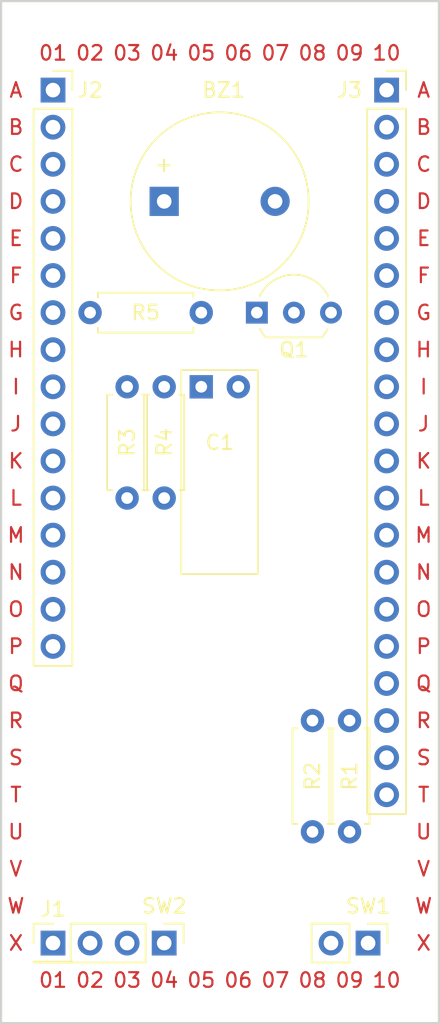
<source format=kicad_pcb>
(kicad_pcb (version 20171130) (host pcbnew 5.1.9)

  (general
    (thickness 1.6)
    (drawings 72)
    (tracks 1)
    (zones 0)
    (modules 13)
    (nets 10)
  )

  (page A4)
  (layers
    (0 F.Cu signal)
    (31 B.Cu signal)
    (32 B.Adhes user)
    (33 F.Adhes user)
    (34 B.Paste user)
    (35 F.Paste user)
    (36 B.SilkS user)
    (37 F.SilkS user)
    (38 B.Mask user)
    (39 F.Mask user)
    (40 Dwgs.User user)
    (41 Cmts.User user)
    (42 Eco1.User user)
    (43 Eco2.User user)
    (44 Edge.Cuts user)
    (45 Margin user)
    (46 B.CrtYd user hide)
    (47 F.CrtYd user hide)
    (48 B.Fab user)
    (49 F.Fab user hide)
  )

  (setup
    (last_trace_width 0.25)
    (trace_clearance 0.2)
    (zone_clearance 0.108)
    (zone_45_only no)
    (trace_min 0.2)
    (via_size 0.8)
    (via_drill 0.4)
    (via_min_size 0.4)
    (via_min_drill 0.3)
    (uvia_size 0.3)
    (uvia_drill 0.1)
    (uvias_allowed no)
    (uvia_min_size 0.2)
    (uvia_min_drill 0.1)
    (edge_width 0.05)
    (segment_width 0.2)
    (pcb_text_width 0.3)
    (pcb_text_size 1.5 1.5)
    (mod_edge_width 0.12)
    (mod_text_size 1 1)
    (mod_text_width 0.15)
    (pad_size 1.2 2)
    (pad_drill 0.8)
    (pad_to_mask_clearance 0)
    (aux_axis_origin 0 0)
    (visible_elements FFFFFF7F)
    (pcbplotparams
      (layerselection 0x010fc_ffffffff)
      (usegerberextensions false)
      (usegerberattributes true)
      (usegerberadvancedattributes true)
      (creategerberjobfile true)
      (excludeedgelayer true)
      (linewidth 0.100000)
      (plotframeref false)
      (viasonmask false)
      (mode 1)
      (useauxorigin false)
      (hpglpennumber 1)
      (hpglpenspeed 20)
      (hpglpendiameter 15.000000)
      (psnegative false)
      (psa4output false)
      (plotreference true)
      (plotvalue true)
      (plotinvisibletext false)
      (padsonsilk false)
      (subtractmaskfromsilk false)
      (outputformat 1)
      (mirror false)
      (drillshape 1)
      (scaleselection 1)
      (outputdirectory ""))
  )

  (net 0 "")
  (net 1 GND)
  (net 2 "Net-(BZ1-Pad2)")
  (net 3 BAT_VREF)
  (net 4 "Net-(Q1-Pad2)")
  (net 5 RING)
  (net 6 FACTORY_RESET)
  (net 7 BUZZER)
  (net 8 +3V3)
  (net 9 VIN)

  (net_class Default "This is the default net class."
    (clearance 0.2)
    (trace_width 0.25)
    (via_dia 0.8)
    (via_drill 0.4)
    (uvia_dia 0.3)
    (uvia_drill 0.1)
    (add_net +3V3)
    (add_net BAT_VREF)
    (add_net BUZZER)
    (add_net FACTORY_RESET)
    (add_net GND)
    (add_net "Net-(BZ1-Pad2)")
    (add_net "Net-(Q1-Pad2)")
    (add_net RING)
    (add_net VIN)
  )

  (module doorbell-pcb:C_Radial_D5.0mm_H11.0mm_P2.54mm (layer F.Cu) (tedit 608C6026) (tstamp 60833950)
    (at 101.6 78.74)
    (descr "C, Radial series, Radial, pin pitch=2.00mm, diameter=5mm, height=11mm, Non-Polar Electrolytic Capacitor")
    (tags "C Radial series Radial pin pitch 2.00mm diameter 5mm height 11mm Non-Polar Electrolytic Capacitor")
    (path /607A5046)
    (fp_text reference C1 (at 1.27 3.81) (layer F.SilkS)
      (effects (font (size 1 1) (thickness 0.15)))
    )
    (fp_text value 10u (at 1 3.75) (layer F.Fab)
      (effects (font (size 1 1) (thickness 0.15)))
    )
    (fp_text user %R (at 1 0) (layer F.Fab)
      (effects (font (size 1 1) (thickness 0.15)))
    )
    (fp_line (start -1.366 -1.143) (end -1.366 12.827) (layer F.SilkS) (width 0.12))
    (fp_line (start 3.874 -1.143) (end -1.366 -1.143) (layer F.SilkS) (width 0.12))
    (fp_line (start 3.874 12.827) (end 3.874 -1.143) (layer F.SilkS) (width 0.12))
    (fp_line (start 4.004 12.954) (end 4.004 -1.27) (layer F.CrtYd) (width 0.05))
    (fp_line (start 4.004 -1.27) (end -1.496 -1.27) (layer F.CrtYd) (width 0.05))
    (fp_line (start -1.496 -1.27) (end -1.496 12.954) (layer F.CrtYd) (width 0.05))
    (fp_line (start 3.874 12.827) (end -1.366 12.827) (layer F.SilkS) (width 0.12))
    (fp_line (start 4.004 12.954) (end -1.496 12.954) (layer F.CrtYd) (width 0.05))
    (pad 1 thru_hole trapezoid (at 0 0) (size 1.6 1.6) (drill 0.8) (layers *.Cu *.Mask)
      (net 3 BAT_VREF))
    (pad 2 thru_hole circle (at 2.54 0) (size 1.6 1.6) (drill 0.8) (layers *.Cu *.Mask)
      (net 1 GND))
    (model ${KISYS3DMOD}/Capacitor_THT.3dshapes/C_Radial_D5.0mm_H11.0mm_P2.00mm.wrl
      (at (xyz 0 0 0))
      (scale (xyz 1 1 1))
      (rotate (xyz 0 0 0))
    )
  )

  (module Connector_PinSocket_2.54mm:PinSocket_1x20_P2.54mm_Vertical (layer F.Cu) (tedit 5A19A41E) (tstamp 608B9889)
    (at 114.3 58.42)
    (descr "Through hole straight socket strip, 1x20, 2.54mm pitch, single row (from Kicad 4.0.7), script generated")
    (tags "Through hole socket strip THT 1x20 2.54mm single row")
    (path /608C9DDB)
    (fp_text reference J3 (at -2.54 0) (layer F.SilkS)
      (effects (font (size 1 1) (thickness 0.15)))
    )
    (fp_text value Socket (at 0 51.03) (layer F.Fab)
      (effects (font (size 1 1) (thickness 0.15)))
    )
    (fp_text user %R (at 0 24.13 90) (layer F.Fab)
      (effects (font (size 1 1) (thickness 0.15)))
    )
    (fp_line (start -1.27 -1.27) (end 0.635 -1.27) (layer F.Fab) (width 0.1))
    (fp_line (start 0.635 -1.27) (end 1.27 -0.635) (layer F.Fab) (width 0.1))
    (fp_line (start 1.27 -0.635) (end 1.27 49.53) (layer F.Fab) (width 0.1))
    (fp_line (start 1.27 49.53) (end -1.27 49.53) (layer F.Fab) (width 0.1))
    (fp_line (start -1.27 49.53) (end -1.27 -1.27) (layer F.Fab) (width 0.1))
    (fp_line (start -1.33 1.27) (end 1.33 1.27) (layer F.SilkS) (width 0.12))
    (fp_line (start -1.33 1.27) (end -1.33 49.59) (layer F.SilkS) (width 0.12))
    (fp_line (start -1.33 49.59) (end 1.33 49.59) (layer F.SilkS) (width 0.12))
    (fp_line (start 1.33 1.27) (end 1.33 49.59) (layer F.SilkS) (width 0.12))
    (fp_line (start 1.33 -1.33) (end 1.33 0) (layer F.SilkS) (width 0.12))
    (fp_line (start 0 -1.33) (end 1.33 -1.33) (layer F.SilkS) (width 0.12))
    (fp_line (start -1.8 -1.8) (end 1.75 -1.8) (layer F.CrtYd) (width 0.05))
    (fp_line (start 1.75 -1.8) (end 1.75 50) (layer F.CrtYd) (width 0.05))
    (fp_line (start 1.75 50) (end -1.8 50) (layer F.CrtYd) (width 0.05))
    (fp_line (start -1.8 50) (end -1.8 -1.8) (layer F.CrtYd) (width 0.05))
    (pad 20 thru_hole oval (at 0 48.26) (size 1.7 1.7) (drill 1) (layers *.Cu *.Mask)
      (net 5 RING))
    (pad 19 thru_hole oval (at 0 45.72) (size 1.7 1.7) (drill 1) (layers *.Cu *.Mask))
    (pad 18 thru_hole oval (at 0 43.18) (size 1.7 1.7) (drill 1) (layers *.Cu *.Mask)
      (net 1 GND))
    (pad 17 thru_hole oval (at 0 40.64) (size 1.7 1.7) (drill 1) (layers *.Cu *.Mask))
    (pad 16 thru_hole oval (at 0 38.1) (size 1.7 1.7) (drill 1) (layers *.Cu *.Mask)
      (net 6 FACTORY_RESET))
    (pad 15 thru_hole oval (at 0 35.56) (size 1.7 1.7) (drill 1) (layers *.Cu *.Mask))
    (pad 14 thru_hole oval (at 0 33.02) (size 1.7 1.7) (drill 1) (layers *.Cu *.Mask))
    (pad 13 thru_hole oval (at 0 30.48) (size 1.7 1.7) (drill 1) (layers *.Cu *.Mask)
      (net 8 +3V3))
    (pad 12 thru_hole oval (at 0 27.94) (size 1.7 1.7) (drill 1) (layers *.Cu *.Mask))
    (pad 11 thru_hole oval (at 0 25.4) (size 1.7 1.7) (drill 1) (layers *.Cu *.Mask))
    (pad 10 thru_hole oval (at 0 22.86) (size 1.7 1.7) (drill 1) (layers *.Cu *.Mask))
    (pad 9 thru_hole oval (at 0 20.32) (size 1.7 1.7) (drill 1) (layers *.Cu *.Mask))
    (pad 8 thru_hole oval (at 0 17.78) (size 1.7 1.7) (drill 1) (layers *.Cu *.Mask)
      (net 1 GND))
    (pad 7 thru_hole oval (at 0 15.24) (size 1.7 1.7) (drill 1) (layers *.Cu *.Mask)
      (net 1 GND))
    (pad 6 thru_hole oval (at 0 12.7) (size 1.7 1.7) (drill 1) (layers *.Cu *.Mask))
    (pad 5 thru_hole oval (at 0 10.16) (size 1.7 1.7) (drill 1) (layers *.Cu *.Mask))
    (pad 4 thru_hole oval (at 0 7.62) (size 1.7 1.7) (drill 1) (layers *.Cu *.Mask)
      (net 8 +3V3))
    (pad 3 thru_hole oval (at 0 5.08) (size 1.7 1.7) (drill 1) (layers *.Cu *.Mask))
    (pad 2 thru_hole oval (at 0 2.54) (size 1.7 1.7) (drill 1) (layers *.Cu *.Mask))
    (pad 1 thru_hole rect (at 0 0) (size 1.7 1.7) (drill 1) (layers *.Cu *.Mask)
      (net 1 GND))
    (model ${KISYS3DMOD}/Connector_PinSocket_2.54mm.3dshapes/PinSocket_1x20_P2.54mm_Vertical.wrl
      (at (xyz 0 0 0))
      (scale (xyz 1 1 1))
      (rotate (xyz 0 0 0))
    )
  )

  (module Connector_PinSocket_2.54mm:PinSocket_1x16_P2.54mm_Vertical (layer F.Cu) (tedit 5A19A41E) (tstamp 608B9861)
    (at 91.44 58.42)
    (descr "Through hole straight socket strip, 1x16, 2.54mm pitch, single row (from Kicad 4.0.7), script generated")
    (tags "Through hole socket strip THT 1x16 2.54mm single row")
    (path /608C8587)
    (fp_text reference J2 (at 2.54 0) (layer F.SilkS)
      (effects (font (size 1 1) (thickness 0.15)))
    )
    (fp_text value Socket (at 0 40.87) (layer F.Fab)
      (effects (font (size 1 1) (thickness 0.15)))
    )
    (fp_text user %R (at 0 19.05 90) (layer F.Fab)
      (effects (font (size 1 1) (thickness 0.15)))
    )
    (fp_line (start -1.27 -1.27) (end 0.635 -1.27) (layer F.Fab) (width 0.1))
    (fp_line (start 0.635 -1.27) (end 1.27 -0.635) (layer F.Fab) (width 0.1))
    (fp_line (start 1.27 -0.635) (end 1.27 39.37) (layer F.Fab) (width 0.1))
    (fp_line (start 1.27 39.37) (end -1.27 39.37) (layer F.Fab) (width 0.1))
    (fp_line (start -1.27 39.37) (end -1.27 -1.27) (layer F.Fab) (width 0.1))
    (fp_line (start -1.33 1.27) (end 1.33 1.27) (layer F.SilkS) (width 0.12))
    (fp_line (start -1.33 1.27) (end -1.33 39.43) (layer F.SilkS) (width 0.12))
    (fp_line (start -1.33 39.43) (end 1.33 39.43) (layer F.SilkS) (width 0.12))
    (fp_line (start 1.33 1.27) (end 1.33 39.43) (layer F.SilkS) (width 0.12))
    (fp_line (start 1.33 -1.33) (end 1.33 0) (layer F.SilkS) (width 0.12))
    (fp_line (start 0 -1.33) (end 1.33 -1.33) (layer F.SilkS) (width 0.12))
    (fp_line (start -1.8 -1.8) (end 1.75 -1.8) (layer F.CrtYd) (width 0.05))
    (fp_line (start 1.75 -1.8) (end 1.75 39.9) (layer F.CrtYd) (width 0.05))
    (fp_line (start 1.75 39.9) (end -1.8 39.9) (layer F.CrtYd) (width 0.05))
    (fp_line (start -1.8 39.9) (end -1.8 -1.8) (layer F.CrtYd) (width 0.05))
    (pad 16 thru_hole oval (at 0 38.1) (size 1.7 1.7) (drill 1) (layers *.Cu *.Mask)
      (net 1 GND))
    (pad 15 thru_hole oval (at 0 35.56) (size 1.7 1.7) (drill 1) (layers *.Cu *.Mask))
    (pad 14 thru_hole oval (at 0 33.02) (size 1.7 1.7) (drill 1) (layers *.Cu *.Mask))
    (pad 13 thru_hole oval (at 0 30.48) (size 1.7 1.7) (drill 1) (layers *.Cu *.Mask))
    (pad 12 thru_hole oval (at 0 27.94) (size 1.7 1.7) (drill 1) (layers *.Cu *.Mask))
    (pad 11 thru_hole oval (at 0 25.4) (size 1.7 1.7) (drill 1) (layers *.Cu *.Mask))
    (pad 10 thru_hole oval (at 0 22.86) (size 1.7 1.7) (drill 1) (layers *.Cu *.Mask))
    (pad 9 thru_hole oval (at 0 20.32) (size 1.7 1.7) (drill 1) (layers *.Cu *.Mask)
      (net 7 BUZZER))
    (pad 8 thru_hole oval (at 0 17.78) (size 1.7 1.7) (drill 1) (layers *.Cu *.Mask)
      (net 3 BAT_VREF))
    (pad 7 thru_hole oval (at 0 15.24) (size 1.7 1.7) (drill 1) (layers *.Cu *.Mask))
    (pad 6 thru_hole oval (at 0 12.7) (size 1.7 1.7) (drill 1) (layers *.Cu *.Mask))
    (pad 5 thru_hole oval (at 0 10.16) (size 1.7 1.7) (drill 1) (layers *.Cu *.Mask))
    (pad 4 thru_hole oval (at 0 7.62) (size 1.7 1.7) (drill 1) (layers *.Cu *.Mask))
    (pad 3 thru_hole oval (at 0 5.08) (size 1.7 1.7) (drill 1) (layers *.Cu *.Mask))
    (pad 2 thru_hole oval (at 0 2.54) (size 1.7 1.7) (drill 1) (layers *.Cu *.Mask))
    (pad 1 thru_hole rect (at 0 0) (size 1.7 1.7) (drill 1) (layers *.Cu *.Mask)
      (net 8 +3V3))
    (model ${KISYS3DMOD}/Connector_PinSocket_2.54mm.3dshapes/PinSocket_1x16_P2.54mm_Vertical.wrl
      (at (xyz 0 0 0))
      (scale (xyz 1 1 1))
      (rotate (xyz 0 0 0))
    )
  )

  (module Connector_PinHeader_2.54mm:PinHeader_1x02_P2.54mm_Vertical (layer F.Cu) (tedit 59FED5CC) (tstamp 60833A0B)
    (at 113.03 116.84 270)
    (descr "Through hole straight pin header, 1x02, 2.54mm pitch, single row")
    (tags "Through hole pin header THT 1x02 2.54mm single row")
    (path /60859E2C)
    (fp_text reference SW1 (at -2.54 0 180) (layer F.SilkS)
      (effects (font (size 1 1) (thickness 0.15)))
    )
    (fp_text value "Ring button" (at 0 4.87 90) (layer F.Fab)
      (effects (font (size 1 1) (thickness 0.15)))
    )
    (fp_text user %R (at 0 1.27) (layer F.Fab)
      (effects (font (size 1 1) (thickness 0.15)))
    )
    (fp_line (start -0.635 -1.27) (end 1.27 -1.27) (layer F.Fab) (width 0.1))
    (fp_line (start 1.27 -1.27) (end 1.27 3.81) (layer F.Fab) (width 0.1))
    (fp_line (start 1.27 3.81) (end -1.27 3.81) (layer F.Fab) (width 0.1))
    (fp_line (start -1.27 3.81) (end -1.27 -0.635) (layer F.Fab) (width 0.1))
    (fp_line (start -1.27 -0.635) (end -0.635 -1.27) (layer F.Fab) (width 0.1))
    (fp_line (start -1.33 3.87) (end 1.33 3.87) (layer F.SilkS) (width 0.12))
    (fp_line (start -1.33 1.27) (end -1.33 3.87) (layer F.SilkS) (width 0.12))
    (fp_line (start 1.33 1.27) (end 1.33 3.87) (layer F.SilkS) (width 0.12))
    (fp_line (start -1.33 1.27) (end 1.33 1.27) (layer F.SilkS) (width 0.12))
    (fp_line (start -1.33 0) (end -1.33 -1.33) (layer F.SilkS) (width 0.12))
    (fp_line (start -1.33 -1.33) (end 0 -1.33) (layer F.SilkS) (width 0.12))
    (fp_line (start -1.8 -1.8) (end -1.8 4.35) (layer F.CrtYd) (width 0.05))
    (fp_line (start -1.8 4.35) (end 1.8 4.35) (layer F.CrtYd) (width 0.05))
    (fp_line (start 1.8 4.35) (end 1.8 -1.8) (layer F.CrtYd) (width 0.05))
    (fp_line (start 1.8 -1.8) (end -1.8 -1.8) (layer F.CrtYd) (width 0.05))
    (pad 2 thru_hole oval (at 0 2.54 270) (size 1.7 1.7) (drill 1) (layers *.Cu *.Mask)
      (net 8 +3V3))
    (pad 1 thru_hole rect (at 0 0 270) (size 1.7 1.7) (drill 1) (layers *.Cu *.Mask)
      (net 5 RING))
    (model ${KISYS3DMOD}/Connector_PinHeader_2.54mm.3dshapes/PinHeader_1x02_P2.54mm_Vertical.wrl
      (at (xyz 0 0 0))
      (scale (xyz 1 1 1))
      (rotate (xyz 0 0 0))
    )
  )

  (module Connector_PinHeader_2.54mm:PinHeader_1x03_P2.54mm_Vertical (layer F.Cu) (tedit 59FED5CC) (tstamp 60857309)
    (at 99.06 116.84 270)
    (descr "Through hole straight pin header, 1x03, 2.54mm pitch, single row")
    (tags "Through hole pin header THT 1x03 2.54mm single row")
    (path /60855EA2)
    (fp_text reference SW2 (at -2.54 0 180) (layer F.SilkS)
      (effects (font (size 1 1) (thickness 0.15)))
    )
    (fp_text value F.Reset (at 0 7.41 90) (layer F.Fab)
      (effects (font (size 1 1) (thickness 0.15)))
    )
    (fp_text user %R (at 0 2.54) (layer F.Fab)
      (effects (font (size 1 1) (thickness 0.15)))
    )
    (fp_line (start -0.635 -1.27) (end 1.27 -1.27) (layer F.Fab) (width 0.1))
    (fp_line (start 1.27 -1.27) (end 1.27 6.35) (layer F.Fab) (width 0.1))
    (fp_line (start 1.27 6.35) (end -1.27 6.35) (layer F.Fab) (width 0.1))
    (fp_line (start -1.27 6.35) (end -1.27 -0.635) (layer F.Fab) (width 0.1))
    (fp_line (start -1.27 -0.635) (end -0.635 -1.27) (layer F.Fab) (width 0.1))
    (fp_line (start -1.33 6.41) (end 1.33 6.41) (layer F.SilkS) (width 0.12))
    (fp_line (start -1.33 1.27) (end -1.33 6.41) (layer F.SilkS) (width 0.12))
    (fp_line (start 1.33 1.27) (end 1.33 6.41) (layer F.SilkS) (width 0.12))
    (fp_line (start -1.33 1.27) (end 1.33 1.27) (layer F.SilkS) (width 0.12))
    (fp_line (start -1.33 0) (end -1.33 -1.33) (layer F.SilkS) (width 0.12))
    (fp_line (start -1.33 -1.33) (end 0 -1.33) (layer F.SilkS) (width 0.12))
    (fp_line (start -1.8 -1.8) (end -1.8 6.85) (layer F.CrtYd) (width 0.05))
    (fp_line (start -1.8 6.85) (end 1.8 6.85) (layer F.CrtYd) (width 0.05))
    (fp_line (start 1.8 6.85) (end 1.8 -1.8) (layer F.CrtYd) (width 0.05))
    (fp_line (start 1.8 -1.8) (end -1.8 -1.8) (layer F.CrtYd) (width 0.05))
    (pad 3 thru_hole oval (at 0 5.08 270) (size 1.7 1.7) (drill 1) (layers *.Cu *.Mask))
    (pad 2 thru_hole oval (at 0 2.54 270) (size 1.7 1.7) (drill 1) (layers *.Cu *.Mask)
      (net 1 GND))
    (pad 1 thru_hole rect (at 0 0 270) (size 1.7 1.7) (drill 1) (layers *.Cu *.Mask)
      (net 6 FACTORY_RESET))
    (model ${KISYS3DMOD}/Connector_PinHeader_2.54mm.3dshapes/PinHeader_1x03_P2.54mm_Vertical.wrl
      (at (xyz 0 0 0))
      (scale (xyz 1 1 1))
      (rotate (xyz 0 0 0))
    )
  )

  (module Connector_PinHeader_2.54mm:PinHeader_1x01_P2.54mm_Vertical (layer F.Cu) (tedit 59FED5CC) (tstamp 60880701)
    (at 91.44 116.84)
    (descr "Through hole straight pin header, 1x01, 2.54mm pitch, single row")
    (tags "Through hole pin header THT 1x01 2.54mm single row")
    (path /6088B991)
    (fp_text reference J1 (at 0 -2.33) (layer F.SilkS)
      (effects (font (size 1 1) (thickness 0.15)))
    )
    (fp_text value LDO_IN (at 0 2.33) (layer F.Fab)
      (effects (font (size 1 1) (thickness 0.15)))
    )
    (fp_text user %R (at 0 0 90) (layer F.Fab)
      (effects (font (size 1 1) (thickness 0.15)))
    )
    (fp_line (start -0.635 -1.27) (end 1.27 -1.27) (layer F.Fab) (width 0.1))
    (fp_line (start 1.27 -1.27) (end 1.27 1.27) (layer F.Fab) (width 0.1))
    (fp_line (start 1.27 1.27) (end -1.27 1.27) (layer F.Fab) (width 0.1))
    (fp_line (start -1.27 1.27) (end -1.27 -0.635) (layer F.Fab) (width 0.1))
    (fp_line (start -1.27 -0.635) (end -0.635 -1.27) (layer F.Fab) (width 0.1))
    (fp_line (start -1.33 1.33) (end 1.33 1.33) (layer F.SilkS) (width 0.12))
    (fp_line (start -1.33 1.27) (end -1.33 1.33) (layer F.SilkS) (width 0.12))
    (fp_line (start 1.33 1.27) (end 1.33 1.33) (layer F.SilkS) (width 0.12))
    (fp_line (start -1.33 1.27) (end 1.33 1.27) (layer F.SilkS) (width 0.12))
    (fp_line (start -1.33 0) (end -1.33 -1.33) (layer F.SilkS) (width 0.12))
    (fp_line (start -1.33 -1.33) (end 0 -1.33) (layer F.SilkS) (width 0.12))
    (fp_line (start -1.8 -1.8) (end -1.8 1.8) (layer F.CrtYd) (width 0.05))
    (fp_line (start -1.8 1.8) (end 1.8 1.8) (layer F.CrtYd) (width 0.05))
    (fp_line (start 1.8 1.8) (end 1.8 -1.8) (layer F.CrtYd) (width 0.05))
    (fp_line (start 1.8 -1.8) (end -1.8 -1.8) (layer F.CrtYd) (width 0.05))
    (pad 1 thru_hole rect (at 0 0) (size 1.7 1.7) (drill 1) (layers *.Cu *.Mask)
      (net 9 VIN))
    (model ${KISYS3DMOD}/Connector_PinHeader_2.54mm.3dshapes/PinHeader_1x01_P2.54mm_Vertical.wrl
      (at (xyz 0 0 0))
      (scale (xyz 1 1 1))
      (rotate (xyz 0 0 0))
    )
  )

  (module Package_TO_SOT_THT:TO-92L_Inline_Wide (layer F.Cu) (tedit 5A11996A) (tstamp 60833962)
    (at 105.41 73.66)
    (descr "TO-92L leads in-line (large body variant of TO-92), also known as TO-226, wide, drill 0.75mm (see https://www.diodes.com/assets/Package-Files/TO92L.pdf and http://www.ti.com/lit/an/snoa059/snoa059.pdf)")
    (tags "TO-92L Inline Wide transistor")
    (path /608875C6)
    (fp_text reference Q1 (at 2.54 2.54) (layer F.SilkS)
      (effects (font (size 1 1) (thickness 0.15)))
    )
    (fp_text value 2N2222 (at 2.54 2.79) (layer F.Fab)
      (effects (font (size 1 1) (thickness 0.15)))
    )
    (fp_arc (start 2.54 0) (end 4.45 1.7) (angle -15.88591585) (layer F.SilkS) (width 0.12))
    (fp_arc (start 2.54 0) (end 2.54 -2.48) (angle -130.2499344) (layer F.Fab) (width 0.1))
    (fp_arc (start 2.54 0) (end 2.54 -2.48) (angle 129.9527847) (layer F.Fab) (width 0.1))
    (fp_arc (start 2.54 0) (end 2.54 -2.6) (angle 65) (layer F.SilkS) (width 0.12))
    (fp_arc (start 2.54 0) (end 2.54 -2.6) (angle -65) (layer F.SilkS) (width 0.12))
    (fp_arc (start 2.54 0) (end 0.6 1.7) (angle 15.44288892) (layer F.SilkS) (width 0.12))
    (fp_text user %R (at 2.54 0) (layer F.Fab)
      (effects (font (size 1 1) (thickness 0.15)))
    )
    (fp_line (start 0.6 1.7) (end 4.45 1.7) (layer F.SilkS) (width 0.12))
    (fp_line (start 0.65 1.6) (end 4.4 1.6) (layer F.Fab) (width 0.1))
    (fp_line (start -1 -2.75) (end 6.1 -2.75) (layer F.CrtYd) (width 0.05))
    (fp_line (start -1 -2.75) (end -1 1.85) (layer F.CrtYd) (width 0.05))
    (fp_line (start 6.1 1.85) (end 6.1 -2.75) (layer F.CrtYd) (width 0.05))
    (fp_line (start 6.1 1.85) (end -1 1.85) (layer F.CrtYd) (width 0.05))
    (pad 1 thru_hole rect (at 0 0) (size 1.5 1.5) (drill 0.8) (layers *.Cu *.Mask)
      (net 2 "Net-(BZ1-Pad2)"))
    (pad 3 thru_hole circle (at 5.08 0) (size 1.5 1.5) (drill 0.8) (layers *.Cu *.Mask)
      (net 1 GND))
    (pad 2 thru_hole circle (at 2.54 0) (size 1.5 1.5) (drill 0.8) (layers *.Cu *.Mask)
      (net 4 "Net-(Q1-Pad2)"))
    (model ${KISYS3DMOD}/Package_TO_SOT_THT.3dshapes/TO-92L_Inline_Wide.wrl
      (at (xyz 0 0 0))
      (scale (xyz 1 1 1))
      (rotate (xyz 0 0 0))
    )
  )

  (module Resistor_THT:R_Axial_DIN0207_L6.3mm_D2.5mm_P7.62mm_Horizontal (layer F.Cu) (tedit 5AE5139B) (tstamp 60833979)
    (at 111.76 101.6 270)
    (descr "Resistor, Axial_DIN0207 series, Axial, Horizontal, pin pitch=7.62mm, 0.25W = 1/4W, length*diameter=6.3*2.5mm^2, http://cdn-reichelt.de/documents/datenblatt/B400/1_4W%23YAG.pdf")
    (tags "Resistor Axial_DIN0207 series Axial Horizontal pin pitch 7.62mm 0.25W = 1/4W length 6.3mm diameter 2.5mm")
    (path /60859E16)
    (fp_text reference R1 (at 3.81 0 270) (layer F.SilkS)
      (effects (font (size 1 1) (thickness 0.15)))
    )
    (fp_text value 100k (at 5.08 2.37 90) (layer F.Fab)
      (effects (font (size 1 1) (thickness 0.15)))
    )
    (fp_text user %R (at 5.08 0 90) (layer F.Fab)
      (effects (font (size 1 1) (thickness 0.15)))
    )
    (fp_line (start 0.66 -1.25) (end 0.66 1.25) (layer F.Fab) (width 0.1))
    (fp_line (start 0.66 1.25) (end 6.96 1.25) (layer F.Fab) (width 0.1))
    (fp_line (start 6.96 1.25) (end 6.96 -1.25) (layer F.Fab) (width 0.1))
    (fp_line (start 6.96 -1.25) (end 0.66 -1.25) (layer F.Fab) (width 0.1))
    (fp_line (start 0 0) (end 0.66 0) (layer F.Fab) (width 0.1))
    (fp_line (start 7.62 0) (end 6.96 0) (layer F.Fab) (width 0.1))
    (fp_line (start 0.54 -1.04) (end 0.54 -1.37) (layer F.SilkS) (width 0.12))
    (fp_line (start 0.54 -1.37) (end 7.08 -1.37) (layer F.SilkS) (width 0.12))
    (fp_line (start 7.08 -1.37) (end 7.08 -1.04) (layer F.SilkS) (width 0.12))
    (fp_line (start 0.54 1.04) (end 0.54 1.37) (layer F.SilkS) (width 0.12))
    (fp_line (start 0.54 1.37) (end 7.08 1.37) (layer F.SilkS) (width 0.12))
    (fp_line (start 7.08 1.37) (end 7.08 1.04) (layer F.SilkS) (width 0.12))
    (fp_line (start -1.05 -1.5) (end -1.05 1.5) (layer F.CrtYd) (width 0.05))
    (fp_line (start -1.05 1.5) (end 8.67 1.5) (layer F.CrtYd) (width 0.05))
    (fp_line (start 8.67 1.5) (end 8.67 -1.5) (layer F.CrtYd) (width 0.05))
    (fp_line (start 8.67 -1.5) (end -1.05 -1.5) (layer F.CrtYd) (width 0.05))
    (pad 2 thru_hole oval (at 7.62 0 270) (size 1.6 1.6) (drill 0.8) (layers *.Cu *.Mask)
      (net 5 RING))
    (pad 1 thru_hole circle (at 0 0 270) (size 1.6 1.6) (drill 0.8) (layers *.Cu *.Mask)
      (net 1 GND))
    (model ${KISYS3DMOD}/Resistor_THT.3dshapes/R_Axial_DIN0207_L6.3mm_D2.5mm_P7.62mm_Horizontal.wrl
      (at (xyz 0 0 0))
      (scale (xyz 1 1 1))
      (rotate (xyz 0 0 0))
    )
  )

  (module Resistor_THT:R_Axial_DIN0207_L6.3mm_D2.5mm_P7.62mm_Horizontal (layer F.Cu) (tedit 5AE5139B) (tstamp 608339A7)
    (at 96.52 86.36 90)
    (descr "Resistor, Axial_DIN0207 series, Axial, Horizontal, pin pitch=7.62mm, 0.25W = 1/4W, length*diameter=6.3*2.5mm^2, http://cdn-reichelt.de/documents/datenblatt/B400/1_4W%23YAG.pdf")
    (tags "Resistor Axial_DIN0207 series Axial Horizontal pin pitch 7.62mm 0.25W = 1/4W length 6.3mm diameter 2.5mm")
    (path /60798731)
    (fp_text reference R3 (at 3.81 0 270) (layer F.SilkS)
      (effects (font (size 1 1) (thickness 0.15)))
    )
    (fp_text value 100k (at 5.08 2.37 90) (layer F.Fab)
      (effects (font (size 1 1) (thickness 0.15)))
    )
    (fp_text user %R (at 5.08 0 90) (layer F.Fab)
      (effects (font (size 1 1) (thickness 0.15)))
    )
    (fp_line (start 0.66 -1.25) (end 0.66 1.25) (layer F.Fab) (width 0.1))
    (fp_line (start 0.66 1.25) (end 6.96 1.25) (layer F.Fab) (width 0.1))
    (fp_line (start 6.96 1.25) (end 6.96 -1.25) (layer F.Fab) (width 0.1))
    (fp_line (start 6.96 -1.25) (end 0.66 -1.25) (layer F.Fab) (width 0.1))
    (fp_line (start 0 0) (end 0.66 0) (layer F.Fab) (width 0.1))
    (fp_line (start 7.62 0) (end 6.96 0) (layer F.Fab) (width 0.1))
    (fp_line (start 0.54 -1.04) (end 0.54 -1.37) (layer F.SilkS) (width 0.12))
    (fp_line (start 0.54 -1.37) (end 7.08 -1.37) (layer F.SilkS) (width 0.12))
    (fp_line (start 7.08 -1.37) (end 7.08 -1.04) (layer F.SilkS) (width 0.12))
    (fp_line (start 0.54 1.04) (end 0.54 1.37) (layer F.SilkS) (width 0.12))
    (fp_line (start 0.54 1.37) (end 7.08 1.37) (layer F.SilkS) (width 0.12))
    (fp_line (start 7.08 1.37) (end 7.08 1.04) (layer F.SilkS) (width 0.12))
    (fp_line (start -1.05 -1.5) (end -1.05 1.5) (layer F.CrtYd) (width 0.05))
    (fp_line (start -1.05 1.5) (end 8.67 1.5) (layer F.CrtYd) (width 0.05))
    (fp_line (start 8.67 1.5) (end 8.67 -1.5) (layer F.CrtYd) (width 0.05))
    (fp_line (start 8.67 -1.5) (end -1.05 -1.5) (layer F.CrtYd) (width 0.05))
    (pad 2 thru_hole oval (at 7.62 0 90) (size 1.6 1.6) (drill 0.8) (layers *.Cu *.Mask)
      (net 3 BAT_VREF))
    (pad 1 thru_hole circle (at 0 0 90) (size 1.6 1.6) (drill 0.8) (layers *.Cu *.Mask)
      (net 9 VIN))
    (model ${KISYS3DMOD}/Resistor_THT.3dshapes/R_Axial_DIN0207_L6.3mm_D2.5mm_P7.62mm_Horizontal.wrl
      (at (xyz 0 0 0))
      (scale (xyz 1 1 1))
      (rotate (xyz 0 0 0))
    )
  )

  (module Resistor_THT:R_Axial_DIN0207_L6.3mm_D2.5mm_P7.62mm_Horizontal (layer F.Cu) (tedit 5AE5139B) (tstamp 608339BE)
    (at 99.06 78.74 270)
    (descr "Resistor, Axial_DIN0207 series, Axial, Horizontal, pin pitch=7.62mm, 0.25W = 1/4W, length*diameter=6.3*2.5mm^2, http://cdn-reichelt.de/documents/datenblatt/B400/1_4W%23YAG.pdf")
    (tags "Resistor Axial_DIN0207 series Axial Horizontal pin pitch 7.62mm 0.25W = 1/4W length 6.3mm diameter 2.5mm")
    (path /60798C3D)
    (fp_text reference R4 (at 3.81 0 270) (layer F.SilkS)
      (effects (font (size 1 1) (thickness 0.15)))
    )
    (fp_text value 100k (at 5.08 2.37 90) (layer F.Fab)
      (effects (font (size 1 1) (thickness 0.15)))
    )
    (fp_text user %R (at 5.08 0 90) (layer F.Fab)
      (effects (font (size 1 1) (thickness 0.15)))
    )
    (fp_line (start 0.66 -1.25) (end 0.66 1.25) (layer F.Fab) (width 0.1))
    (fp_line (start 0.66 1.25) (end 6.96 1.25) (layer F.Fab) (width 0.1))
    (fp_line (start 6.96 1.25) (end 6.96 -1.25) (layer F.Fab) (width 0.1))
    (fp_line (start 6.96 -1.25) (end 0.66 -1.25) (layer F.Fab) (width 0.1))
    (fp_line (start 0 0) (end 0.66 0) (layer F.Fab) (width 0.1))
    (fp_line (start 7.62 0) (end 6.96 0) (layer F.Fab) (width 0.1))
    (fp_line (start 0.54 -1.04) (end 0.54 -1.37) (layer F.SilkS) (width 0.12))
    (fp_line (start 0.54 -1.37) (end 7.08 -1.37) (layer F.SilkS) (width 0.12))
    (fp_line (start 7.08 -1.37) (end 7.08 -1.04) (layer F.SilkS) (width 0.12))
    (fp_line (start 0.54 1.04) (end 0.54 1.37) (layer F.SilkS) (width 0.12))
    (fp_line (start 0.54 1.37) (end 7.08 1.37) (layer F.SilkS) (width 0.12))
    (fp_line (start 7.08 1.37) (end 7.08 1.04) (layer F.SilkS) (width 0.12))
    (fp_line (start -1.05 -1.5) (end -1.05 1.5) (layer F.CrtYd) (width 0.05))
    (fp_line (start -1.05 1.5) (end 8.67 1.5) (layer F.CrtYd) (width 0.05))
    (fp_line (start 8.67 1.5) (end 8.67 -1.5) (layer F.CrtYd) (width 0.05))
    (fp_line (start 8.67 -1.5) (end -1.05 -1.5) (layer F.CrtYd) (width 0.05))
    (pad 2 thru_hole oval (at 7.62 0 270) (size 1.6 1.6) (drill 0.8) (layers *.Cu *.Mask)
      (net 1 GND))
    (pad 1 thru_hole circle (at 0 0 270) (size 1.6 1.6) (drill 0.8) (layers *.Cu *.Mask)
      (net 3 BAT_VREF))
    (model ${KISYS3DMOD}/Resistor_THT.3dshapes/R_Axial_DIN0207_L6.3mm_D2.5mm_P7.62mm_Horizontal.wrl
      (at (xyz 0 0 0))
      (scale (xyz 1 1 1))
      (rotate (xyz 0 0 0))
    )
  )

  (module Resistor_THT:R_Axial_DIN0207_L6.3mm_D2.5mm_P7.62mm_Horizontal (layer F.Cu) (tedit 5AE5139B) (tstamp 608339D5)
    (at 101.6 73.66 180)
    (descr "Resistor, Axial_DIN0207 series, Axial, Horizontal, pin pitch=7.62mm, 0.25W = 1/4W, length*diameter=6.3*2.5mm^2, http://cdn-reichelt.de/documents/datenblatt/B400/1_4W%23YAG.pdf")
    (tags "Resistor Axial_DIN0207 series Axial Horizontal pin pitch 7.62mm 0.25W = 1/4W length 6.3mm diameter 2.5mm")
    (path /6085E212)
    (fp_text reference R5 (at 3.81 0) (layer F.SilkS)
      (effects (font (size 1 1) (thickness 0.15)))
    )
    (fp_text value 1k (at 5.08 2.37) (layer F.Fab)
      (effects (font (size 1 1) (thickness 0.15)))
    )
    (fp_text user %R (at 5.08 0) (layer F.Fab)
      (effects (font (size 1 1) (thickness 0.15)))
    )
    (fp_line (start 0.66 -1.25) (end 0.66 1.25) (layer F.Fab) (width 0.1))
    (fp_line (start 0.66 1.25) (end 6.96 1.25) (layer F.Fab) (width 0.1))
    (fp_line (start 6.96 1.25) (end 6.96 -1.25) (layer F.Fab) (width 0.1))
    (fp_line (start 6.96 -1.25) (end 0.66 -1.25) (layer F.Fab) (width 0.1))
    (fp_line (start 0 0) (end 0.66 0) (layer F.Fab) (width 0.1))
    (fp_line (start 7.62 0) (end 6.96 0) (layer F.Fab) (width 0.1))
    (fp_line (start 0.54 -1.04) (end 0.54 -1.37) (layer F.SilkS) (width 0.12))
    (fp_line (start 0.54 -1.37) (end 7.08 -1.37) (layer F.SilkS) (width 0.12))
    (fp_line (start 7.08 -1.37) (end 7.08 -1.04) (layer F.SilkS) (width 0.12))
    (fp_line (start 0.54 1.04) (end 0.54 1.37) (layer F.SilkS) (width 0.12))
    (fp_line (start 0.54 1.37) (end 7.08 1.37) (layer F.SilkS) (width 0.12))
    (fp_line (start 7.08 1.37) (end 7.08 1.04) (layer F.SilkS) (width 0.12))
    (fp_line (start -1.05 -1.5) (end -1.05 1.5) (layer F.CrtYd) (width 0.05))
    (fp_line (start -1.05 1.5) (end 8.67 1.5) (layer F.CrtYd) (width 0.05))
    (fp_line (start 8.67 1.5) (end 8.67 -1.5) (layer F.CrtYd) (width 0.05))
    (fp_line (start 8.67 -1.5) (end -1.05 -1.5) (layer F.CrtYd) (width 0.05))
    (pad 2 thru_hole oval (at 7.62 0 180) (size 1.6 1.6) (drill 0.8) (layers *.Cu *.Mask)
      (net 7 BUZZER))
    (pad 1 thru_hole circle (at 0 0 180) (size 1.6 1.6) (drill 0.8) (layers *.Cu *.Mask)
      (net 4 "Net-(Q1-Pad2)"))
    (model ${KISYS3DMOD}/Resistor_THT.3dshapes/R_Axial_DIN0207_L6.3mm_D2.5mm_P7.62mm_Horizontal.wrl
      (at (xyz 0 0 0))
      (scale (xyz 1 1 1))
      (rotate (xyz 0 0 0))
    )
  )

  (module Resistor_THT:R_Axial_DIN0207_L6.3mm_D2.5mm_P7.62mm_Horizontal (layer F.Cu) (tedit 5AE5139B) (tstamp 60833990)
    (at 109.22 101.6 270)
    (descr "Resistor, Axial_DIN0207 series, Axial, Horizontal, pin pitch=7.62mm, 0.25W = 1/4W, length*diameter=6.3*2.5mm^2, http://cdn-reichelt.de/documents/datenblatt/B400/1_4W%23YAG.pdf")
    (tags "Resistor Axial_DIN0207 series Axial Horizontal pin pitch 7.62mm 0.25W = 1/4W length 6.3mm diameter 2.5mm")
    (path /60850250)
    (fp_text reference R2 (at 3.81 0 270) (layer F.SilkS)
      (effects (font (size 1 1) (thickness 0.15)))
    )
    (fp_text value 100k (at 5.08 2.37 90) (layer F.Fab)
      (effects (font (size 1 1) (thickness 0.15)))
    )
    (fp_text user %R (at 5.08 0 90) (layer F.Fab)
      (effects (font (size 1 1) (thickness 0.15)))
    )
    (fp_line (start 0.66 -1.25) (end 0.66 1.25) (layer F.Fab) (width 0.1))
    (fp_line (start 0.66 1.25) (end 6.96 1.25) (layer F.Fab) (width 0.1))
    (fp_line (start 6.96 1.25) (end 6.96 -1.25) (layer F.Fab) (width 0.1))
    (fp_line (start 6.96 -1.25) (end 0.66 -1.25) (layer F.Fab) (width 0.1))
    (fp_line (start 0 0) (end 0.66 0) (layer F.Fab) (width 0.1))
    (fp_line (start 7.62 0) (end 6.96 0) (layer F.Fab) (width 0.1))
    (fp_line (start 0.54 -1.04) (end 0.54 -1.37) (layer F.SilkS) (width 0.12))
    (fp_line (start 0.54 -1.37) (end 7.08 -1.37) (layer F.SilkS) (width 0.12))
    (fp_line (start 7.08 -1.37) (end 7.08 -1.04) (layer F.SilkS) (width 0.12))
    (fp_line (start 0.54 1.04) (end 0.54 1.37) (layer F.SilkS) (width 0.12))
    (fp_line (start 0.54 1.37) (end 7.08 1.37) (layer F.SilkS) (width 0.12))
    (fp_line (start 7.08 1.37) (end 7.08 1.04) (layer F.SilkS) (width 0.12))
    (fp_line (start -1.05 -1.5) (end -1.05 1.5) (layer F.CrtYd) (width 0.05))
    (fp_line (start -1.05 1.5) (end 8.67 1.5) (layer F.CrtYd) (width 0.05))
    (fp_line (start 8.67 1.5) (end 8.67 -1.5) (layer F.CrtYd) (width 0.05))
    (fp_line (start 8.67 -1.5) (end -1.05 -1.5) (layer F.CrtYd) (width 0.05))
    (pad 2 thru_hole oval (at 7.62 0 270) (size 1.6 1.6) (drill 0.8) (layers *.Cu *.Mask)
      (net 8 +3V3))
    (pad 1 thru_hole circle (at 0 0 270) (size 1.6 1.6) (drill 0.8) (layers *.Cu *.Mask)
      (net 6 FACTORY_RESET))
    (model ${KISYS3DMOD}/Resistor_THT.3dshapes/R_Axial_DIN0207_L6.3mm_D2.5mm_P7.62mm_Horizontal.wrl
      (at (xyz 0 0 0))
      (scale (xyz 1 1 1))
      (rotate (xyz 0 0 0))
    )
  )

  (module Buzzer_Beeper:Buzzer_12x9.5RM7.6 (layer F.Cu) (tedit 5A030281) (tstamp 6083393D)
    (at 99.06 66.04)
    (descr "Generic Buzzer, D12mm height 9.5mm with RM7.6mm")
    (tags buzzer)
    (path /60863A13)
    (fp_text reference BZ1 (at 4.064 -7.62) (layer F.SilkS)
      (effects (font (size 1 1) (thickness 0.15)))
    )
    (fp_text value Buzzer (at 3.8 7.4) (layer F.Fab)
      (effects (font (size 1 1) (thickness 0.15)))
    )
    (fp_text user %R (at 3.8 -4) (layer F.Fab)
      (effects (font (size 1 1) (thickness 0.15)))
    )
    (fp_text user + (at -0.01 -2.54) (layer F.SilkS)
      (effects (font (size 1 1) (thickness 0.15)))
    )
    (fp_text user + (at -0.01 -2.54) (layer F.Fab)
      (effects (font (size 1 1) (thickness 0.15)))
    )
    (fp_circle (center 3.8 0) (end 10.05 0) (layer F.CrtYd) (width 0.05))
    (fp_circle (center 3.8 0) (end 9.8 0) (layer F.Fab) (width 0.1))
    (fp_circle (center 3.8 0) (end 4.8 0) (layer F.Fab) (width 0.1))
    (fp_circle (center 3.8 0) (end 9.9 0) (layer F.SilkS) (width 0.12))
    (pad 2 thru_hole circle (at 7.6 0) (size 2 2) (drill 1) (layers *.Cu *.Mask)
      (net 2 "Net-(BZ1-Pad2)"))
    (pad 1 thru_hole rect (at 0 0) (size 2 2) (drill 1) (layers *.Cu *.Mask)
      (net 9 VIN))
    (model ${KISYS3DMOD}/Buzzer_Beeper.3dshapes/Buzzer_12x9.5RM7.6.wrl
      (at (xyz 0 0 0))
      (scale (xyz 1 1 1))
      (rotate (xyz 0 0 0))
    )
  )

  (gr_line (start 87.884 52.324) (end 117.884 52.324) (layer Edge.Cuts) (width 0.15) (tstamp 608B8F97))
  (gr_line (start 117.884 52.324) (end 117.884 122.324) (layer Edge.Cuts) (width 0.15) (tstamp 6089CFD5))
  (gr_line (start 87.884 122.324) (end 117.884 122.324) (layer Edge.Cuts) (width 0.15) (tstamp 6089CFD1))
  (gr_text O (at 116.84 93.98) (layer F.Cu) (tstamp 60859904)
    (effects (font (size 1 1) (thickness 0.15)))
  )
  (gr_text W (at 116.84 114.3) (layer F.Cu) (tstamp 60859903)
    (effects (font (size 1 1) (thickness 0.15)))
  )
  (gr_text V (at 116.84 111.76) (layer F.Cu) (tstamp 60859902)
    (effects (font (size 1 1) (thickness 0.15)))
  )
  (gr_text F (at 116.84 71.12) (layer F.Cu) (tstamp 60859901)
    (effects (font (size 1 1) (thickness 0.15)))
  )
  (gr_text I (at 116.84 78.74) (layer F.Cu) (tstamp 60859900)
    (effects (font (size 1 1) (thickness 0.15)))
  )
  (gr_text S (at 116.84 104.14) (layer F.Cu) (tstamp 608598FF)
    (effects (font (size 1 1) (thickness 0.15)))
  )
  (gr_text J (at 116.84 81.28) (layer F.Cu) (tstamp 608598FE)
    (effects (font (size 1 1) (thickness 0.15)))
  )
  (gr_text C (at 116.84 63.5) (layer F.Cu) (tstamp 608598FD)
    (effects (font (size 1 1) (thickness 0.15)))
  )
  (gr_text A (at 116.84 58.42) (layer F.Cu) (tstamp 608598FC)
    (effects (font (size 1 1) (thickness 0.15)))
  )
  (gr_text U (at 116.84 109.22) (layer F.Cu) (tstamp 608598FB)
    (effects (font (size 1 1) (thickness 0.15)))
  )
  (gr_text M (at 116.84 88.9) (layer F.Cu) (tstamp 608598FA)
    (effects (font (size 1 1) (thickness 0.15)))
  )
  (gr_text H (at 116.84 76.2) (layer F.Cu) (tstamp 608598F9)
    (effects (font (size 1 1) (thickness 0.15)))
  )
  (gr_text T (at 116.84 106.68) (layer F.Cu) (tstamp 608598F8)
    (effects (font (size 1 1) (thickness 0.15)))
  )
  (gr_text Q (at 116.84 99.06) (layer F.Cu) (tstamp 608598F7)
    (effects (font (size 1 1) (thickness 0.15)))
  )
  (gr_text P (at 116.84 96.52) (layer F.Cu) (tstamp 608598F6)
    (effects (font (size 1 1) (thickness 0.15)))
  )
  (gr_text X (at 116.84 116.84) (layer F.Cu) (tstamp 608598F5)
    (effects (font (size 1 1) (thickness 0.15)))
  )
  (gr_text E (at 116.84 68.58) (layer F.Cu) (tstamp 608598F4)
    (effects (font (size 1 1) (thickness 0.15)))
  )
  (gr_text N (at 116.84 91.44) (layer F.Cu) (tstamp 608598F3)
    (effects (font (size 1 1) (thickness 0.15)))
  )
  (gr_text L (at 116.84 86.36) (layer F.Cu) (tstamp 608598F2)
    (effects (font (size 1 1) (thickness 0.15)))
  )
  (gr_text G (at 116.84 73.66) (layer F.Cu) (tstamp 608598F1)
    (effects (font (size 1 1) (thickness 0.15)))
  )
  (gr_text B (at 116.84 60.96) (layer F.Cu) (tstamp 608598F0)
    (effects (font (size 1 1) (thickness 0.15)))
  )
  (gr_text D (at 116.84 66.04) (layer F.Cu) (tstamp 608598EF)
    (effects (font (size 1 1) (thickness 0.15)))
  )
  (gr_text K (at 116.84 83.82) (layer F.Cu) (tstamp 608598EE)
    (effects (font (size 1 1) (thickness 0.15)))
  )
  (gr_text R (at 116.84 101.6) (layer F.Cu) (tstamp 608598ED)
    (effects (font (size 1 1) (thickness 0.15)))
  )
  (gr_text 05 (at 101.6 119.38) (layer F.Cu) (tstamp 608598D7)
    (effects (font (size 1 1) (thickness 0.15)))
  )
  (gr_text 10 (at 114.3 119.38) (layer F.Cu) (tstamp 608598D6)
    (effects (font (size 1 1) (thickness 0.15)))
  )
  (gr_text 02 (at 93.98 119.38) (layer F.Cu) (tstamp 608598D5)
    (effects (font (size 1 1) (thickness 0.15)))
  )
  (gr_text 04 (at 99.06 119.38) (layer F.Cu) (tstamp 608598D4)
    (effects (font (size 1 1) (thickness 0.15)))
  )
  (gr_text 09 (at 111.76 119.38) (layer F.Cu) (tstamp 608598D3)
    (effects (font (size 1 1) (thickness 0.15)))
  )
  (gr_text 01 (at 91.44 119.38) (layer F.Cu) (tstamp 608598D2)
    (effects (font (size 1 1) (thickness 0.15)))
  )
  (gr_text 08 (at 109.22 119.38) (layer F.Cu) (tstamp 608598D1)
    (effects (font (size 1 1) (thickness 0.15)))
  )
  (gr_text 03 (at 96.52 119.38) (layer F.Cu) (tstamp 608598D0)
    (effects (font (size 1 1) (thickness 0.15)))
  )
  (gr_text 06 (at 104.14 119.38) (layer F.Cu) (tstamp 608598CF)
    (effects (font (size 1 1) (thickness 0.15)))
  )
  (gr_text 07 (at 106.68 119.38) (layer F.Cu) (tstamp 608598CE)
    (effects (font (size 1 1) (thickness 0.15)))
  )
  (gr_line (start 87.884 52.324) (end 87.884 122.324) (layer Edge.Cuts) (width 0.15) (tstamp 6085686A))
  (gr_text W (at 88.9 114.3) (layer F.Cu) (tstamp 608567C9)
    (effects (font (size 1 1) (thickness 0.15)))
  )
  (gr_text X (at 88.9 116.84) (layer F.Cu) (tstamp 608567C8)
    (effects (font (size 1 1) (thickness 0.15)))
  )
  (gr_text U (at 88.9 109.22) (layer F.Cu) (tstamp 608567C7)
    (effects (font (size 1 1) (thickness 0.15)))
  )
  (gr_text V (at 88.9 111.76) (layer F.Cu) (tstamp 608567C6)
    (effects (font (size 1 1) (thickness 0.15)))
  )
  (gr_text S (at 88.9 104.14) (layer F.Cu) (tstamp 608567A7)
    (effects (font (size 1 1) (thickness 0.15)))
  )
  (gr_text T (at 88.9 106.68) (layer F.Cu) (tstamp 608567A6)
    (effects (font (size 1 1) (thickness 0.15)))
  )
  (gr_text R (at 88.9 101.6) (layer F.Cu) (tstamp 608567A5)
    (effects (font (size 1 1) (thickness 0.15)))
  )
  (gr_text Q (at 88.9 99.06) (layer F.Cu) (tstamp 608567A4)
    (effects (font (size 1 1) (thickness 0.15)))
  )
  (gr_text P (at 88.9 96.52) (layer F.Cu) (tstamp 60856653)
    (effects (font (size 1 1) (thickness 0.15)))
  )
  (gr_text O (at 88.9 93.98) (layer F.Cu) (tstamp 60856651)
    (effects (font (size 1 1) (thickness 0.15)))
  )
  (gr_text N (at 88.9 91.44) (layer F.Cu) (tstamp 6085667C)
    (effects (font (size 1 1) (thickness 0.15)))
  )
  (gr_text M (at 88.9 88.9) (layer F.Cu) (tstamp 6085664D)
    (effects (font (size 1 1) (thickness 0.15)))
  )
  (gr_text L (at 88.9 86.36) (layer F.Cu) (tstamp 6085664B)
    (effects (font (size 1 1) (thickness 0.15)))
  )
  (gr_text K (at 88.9 83.82) (layer F.Cu) (tstamp 60856649)
    (effects (font (size 1 1) (thickness 0.15)))
  )
  (gr_text J (at 88.9 81.28) (layer F.Cu) (tstamp 60856647)
    (effects (font (size 1 1) (thickness 0.15)))
  )
  (gr_text I (at 88.9 78.74) (layer F.Cu) (tstamp 60856645)
    (effects (font (size 1 1) (thickness 0.15)))
  )
  (gr_text H (at 88.9 76.2) (layer F.Cu) (tstamp 60856643)
    (effects (font (size 1 1) (thickness 0.15)))
  )
  (gr_text G (at 88.9 73.66) (layer F.Cu) (tstamp 60856641)
    (effects (font (size 1 1) (thickness 0.15)))
  )
  (gr_text F (at 88.9 71.12) (layer F.Cu) (tstamp 6085663F)
    (effects (font (size 1 1) (thickness 0.15)))
  )
  (gr_text E (at 88.9 68.58) (layer F.Cu) (tstamp 6085663D)
    (effects (font (size 1 1) (thickness 0.15)))
  )
  (gr_text D (at 88.9 66.04) (layer F.Cu) (tstamp 6085663B)
    (effects (font (size 1 1) (thickness 0.15)))
  )
  (gr_text C (at 88.9 63.5) (layer F.Cu) (tstamp 60856639)
    (effects (font (size 1 1) (thickness 0.15)))
  )
  (gr_text B (at 88.9 60.96) (layer F.Cu) (tstamp 60856637)
    (effects (font (size 1 1) (thickness 0.15)))
  )
  (gr_text A (at 88.9 58.42) (layer F.Cu) (tstamp 60856607)
    (effects (font (size 1 1) (thickness 0.15)))
  )
  (gr_text 10 (at 114.3 55.88) (layer F.Cu) (tstamp 608564F4)
    (effects (font (size 1 1) (thickness 0.15)))
  )
  (gr_text 09 (at 111.76 55.88) (layer F.Cu) (tstamp 608564F3)
    (effects (font (size 1 1) (thickness 0.15)))
  )
  (gr_text 06 (at 104.14 55.88) (layer F.Cu) (tstamp 608564EE)
    (effects (font (size 1 1) (thickness 0.15)))
  )
  (gr_text 08 (at 109.22 55.88) (layer F.Cu) (tstamp 608564ED)
    (effects (font (size 1 1) (thickness 0.15)))
  )
  (gr_text 05 (at 101.6 55.88) (layer F.Cu) (tstamp 608564EC)
    (effects (font (size 1 1) (thickness 0.15)))
  )
  (gr_text 07 (at 106.68 55.88) (layer F.Cu) (tstamp 608564EB)
    (effects (font (size 1 1) (thickness 0.15)))
  )
  (gr_text 04 (at 99.06 55.88) (layer F.Cu) (tstamp 608564E9)
    (effects (font (size 1 1) (thickness 0.15)))
  )
  (gr_text 03 (at 96.52 55.88) (layer F.Cu) (tstamp 608564E7)
    (effects (font (size 1 1) (thickness 0.15)))
  )
  (gr_text 02 (at 93.98 55.88) (layer F.Cu) (tstamp 608564E5)
    (effects (font (size 1 1) (thickness 0.15)))
  )
  (gr_text 01 (at 91.44 55.88) (layer F.Cu)
    (effects (font (size 1 1) (thickness 0.15)))
  )

  (segment (start 91.4392 81.28) (end 91.4392 81.2792) (width 0.25) (layer B.Cu) (net 0))

)

</source>
